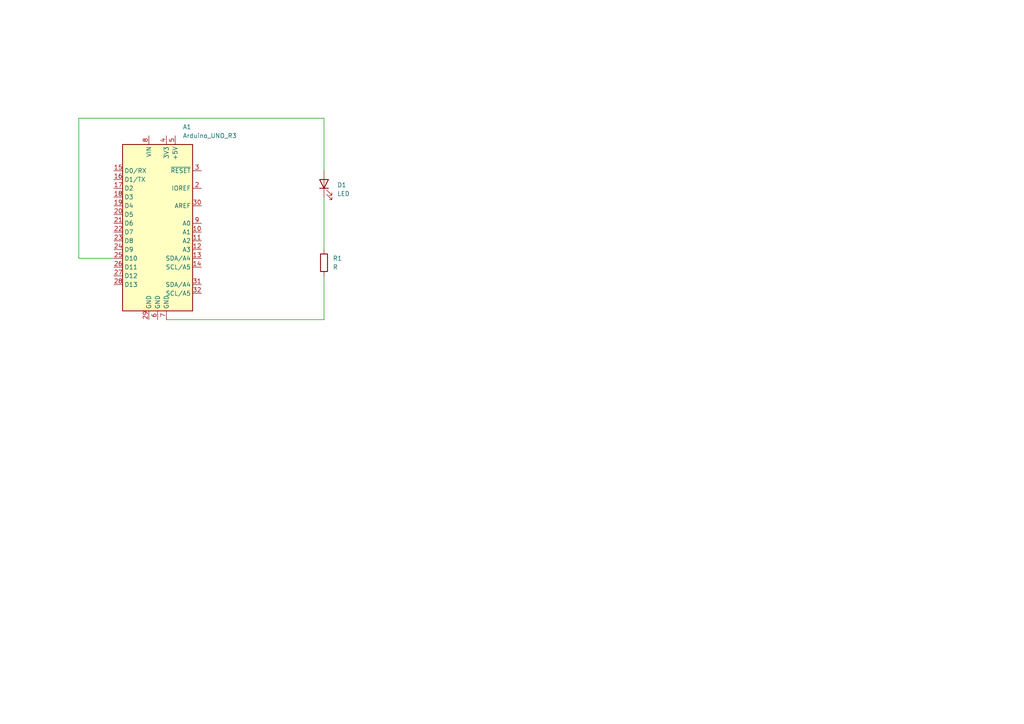
<source format=kicad_sch>
(kicad_sch (version 20231120) (generator "eeschema") (generator_version "8.0")
  (paper "A4")
  (lib_symbols
    (symbol "Device:LED" (pin_numbers hide) (pin_names (offset 1.016) hide)
      (property "Reference" "D" (at 0 2.54 0))
      (property "Value" "LED" (at 0 -2.54 0))
      (symbol "LED_0_1"
        (polyline (pts (xy -1.27 -1.27) (xy -1.27 1.27)) (stroke (width 0.254)))
        (polyline (pts (xy -1.27 0) (xy 1.27 0)))
        (polyline (pts (xy 1.27 -1.27) (xy 1.27 1.27) (xy -1.27 0) (xy 1.27 -1.27)) (stroke (width 0.254)))
        (polyline (pts (xy -3.048 -0.762) (xy -4.572 -2.286) (xy -3.81 -2.286) (xy -4.572 -2.286) (xy -4.572 -1.524)))
        (polyline (pts (xy -1.778 -0.762) (xy -3.302 -2.286) (xy -2.54 -2.286) (xy -3.302 -2.286) (xy -3.302 -1.524)))
      )
      (symbol "LED_1_1"
        (pin passive line (at -3.81 0 0) (length 2.54) (name "K") (number "1"))
        (pin passive line (at 3.81 0 180) (length 2.54) (name "A") (number "2"))
      )
    )
    (symbol "Device:R" (pin_numbers hide) (pin_names (offset 0))
      (property "Reference" "R" (at 2.032 0 90))
      (property "Value" "R" (at 0 0 90))
      (symbol "R_0_1"
        (rectangle (start -1.016 -2.54) (end 1.016 2.54) (stroke (width 0.254)))
      )
      (symbol "R_1_1"
        (pin passive line (at 0 3.81 270) (length 1.27) (name "~") (number "1"))
        (pin passive line (at 0 -3.81 90) (length 1.27) (name "~") (number "2"))
      )
    )
    (symbol "MCU_Module:Arduino_UNO_R3"
      (property "Reference" "A" (at -10.16 23.495 0))
      (property "Value" "Arduino_UNO_R3" (at 5.08 -26.67 0))
      (symbol "Arduino_UNO_R3_0_1"
        (rectangle (start -10.16 22.86) (end 10.16 -25.4) (stroke (width 0.254)) (fill (type background)))
      )
      (symbol "Arduino_UNO_R3_1_1"
        (pin no_connect line (at -10.16 -20.32 0) (length 2.54) hide (name "NC") (number "1"))
        (pin bidirectional line (at 12.7 -2.54 180) (length 2.54) (name "A1") (number "10"))
        (pin bidirectional line (at 12.7 -5.08 180) (length 2.54) (name "A2") (number "11"))
        (pin bidirectional line (at 12.7 -7.62 180) (length 2.54) (name "A3") (number "12"))
        (pin bidirectional line (at 12.7 -10.16 180) (length 2.54) (name "SDA/A4") (number "13"))
        (pin bidirectional line (at 12.7 -12.7 180) (length 2.54) (name "SCL/A5") (number "14"))
        (pin bidirectional line (at -12.7 15.24 0) (length 2.54) (name "D0/RX") (number "15"))
        (pin bidirectional line (at -12.7 12.7 0) (length 2.54) (name "D1/TX") (number "16"))
        (pin bidirectional line (at -12.7 10.16 0) (length 2.54) (name "D2") (number "17"))
        (pin bidirectional line (at -12.7 7.62 0) (length 2.54) (name "D3") (number "18"))
        (pin bidirectional line (at -12.7 5.08 0) (length 2.54) (name "D4") (number "19"))
        (pin output line (at 12.7 10.16 180) (length 2.54) (name "IOREF") (number "2"))
        (pin bidirectional line (at -12.7 2.54 0) (length 2.54) (name "D5") (number "20"))
        (pin bidirectional line (at -12.7 0 0) (length 2.54) (name "D6") (number "21"))
        (pin bidirectional line (at -12.7 -2.54 0) (length 2.54) (name "D7") (number "22"))
        (pin bidirectional line (at -12.7 -5.08 0) (length 2.54) (name "D8") (number "23"))
        (pin bidirectional line (at -12.7 -7.62 0) (length 2.54) (name "D9") (number "24"))
        (pin bidirectional line (at -12.7 -10.16 0) (length 2.54) (name "D10") (number "25"))
        (pin bidirectional line (at -12.7 -12.7 0) (length 2.54) (name "D11") (number "26"))
        (pin bidirectional line (at -12.7 -15.24 0) (length 2.54) (name "D12") (number "27"))
        (pin bidirectional line (at -12.7 -17.78 0) (length 2.54) (name "D13") (number "28"))
        (pin power_in line (at -2.54 -27.94 90) (length 2.54) (name "GND") (number "29"))
        (pin input line (at 12.7 15.24 180) (length 2.54) (name "~{RESET}") (number "3"))
        (pin input line (at 12.7 5.08 180) (length 2.54) (name "AREF") (number "30"))
        (pin bidirectional line (at 12.7 -17.78 180) (length 2.54) (name "SDA/A4") (number "31"))
        (pin bidirectional line (at 12.7 -20.32 180) (length 2.54) (name "SCL/A5") (number "32"))
        (pin power_out line (at 2.54 25.4 270) (length 2.54) (name "3V3") (number "4"))
        (pin power_out line (at 5.08 25.4 270) (length 2.54) (name "+5V") (number "5"))
        (pin power_in line (at 0 -27.94 90) (length 2.54) (name "GND") (number "6"))
        (pin power_in line (at 2.54 -27.94 90) (length 2.54) (name "GND") (number "7"))
        (pin power_in line (at -2.54 25.4 270) (length 2.54) (name "VIN") (number "8"))
        (pin bidirectional line (at 12.7 0 180) (length 2.54) (name "A0") (number "9"))
      )
    )
  )
  (wire (pts (xy 93.98 34.29) (xy 93.98 49.53)))
  (wire (pts (xy 22.86 34.29) (xy 93.98 34.29)))
  (wire (pts (xy 93.98 57.15) (xy 93.98 72.39)))
  (wire (pts (xy 93.98 92.71) (xy 48.26 92.71)))
  (wire (pts (xy 33.02 74.93) (xy 22.86 74.93)))
  (wire (pts (xy 22.86 74.93) (xy 22.86 34.29)))
  (wire (pts (xy 93.98 80.01) (xy 93.98 92.71)))
  (symbol (lib_id "MCU_Module:Arduino_UNO_R3") (at 45.72 64.77 0) (unit 1)
    (property "Reference" "A1" (at 52.9941 36.83 0) (effects (justify left)))
    (property "Value" "Arduino_UNO_R3" (at 52.9941 39.37 0) (effects (justify left)))
    (property "Footprint" "Module:Arduino_UNO_R3" (effects (hide yes)))
    (property "Datasheet" "https://www.arduino.cc/en/Main/arduinoBoardUno" (effects (hide yes)))
    (property "Description" "Arduino UNO Microcontroller Module, release 3" (effects (hide yes)))
  )
  (symbol (lib_id "Device:LED") (at 93.98 53.34 90) (unit 1)
    (property "Reference" "D1" (at 97.79 53.6574 90) (effects (justify right)))
    (property "Value" "LED" (at 97.79 56.1974 90) (effects (justify right)))
    (property "Description" "Light emitting diode" (effects (hide yes)))
  )
  (symbol (lib_id "Device:R") (at 93.98 76.2 0) (unit 1)
    (property "Reference" "R1" (at 96.52 74.9299 0) (effects (justify left)))
    (property "Value" "R" (at 96.52 77.4699 0) (effects (justify left)))
    (property "Description" "Resistor" (effects (hide yes)))
  )
)
</source>
